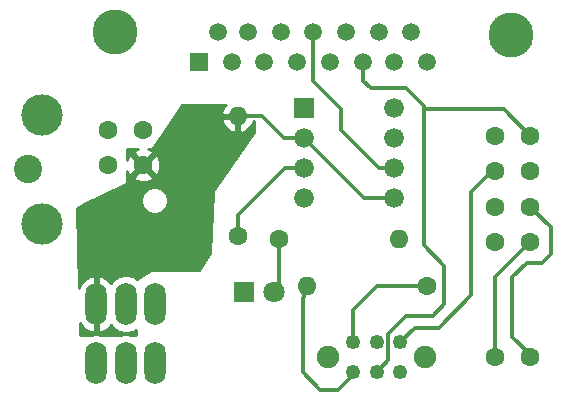
<source format=gbr>
G04 #@! TF.FileFunction,Copper,L1,Top,Signal*
%FSLAX46Y46*%
G04 Gerber Fmt 4.6, Leading zero omitted, Abs format (unit mm)*
G04 Created by KiCad (PCBNEW 4.0.7-e0-6372~58~ubuntu16.04.1) date Wed Aug 16 12:04:21 2017*
%MOMM*%
%LPD*%
G01*
G04 APERTURE LIST*
%ADD10C,0.100000*%
%ADD11R,1.800000X1.800000*%
%ADD12C,1.800000*%
%ADD13C,1.600000*%
%ADD14C,3.810000*%
%ADD15R,1.520000X1.520000*%
%ADD16C,1.520000*%
%ADD17O,1.600000X1.600000*%
%ADD18C,1.250000*%
%ADD19C,1.900000*%
%ADD20R,1.676400X1.676400*%
%ADD21C,1.676400*%
%ADD22O,1.800000X3.600000*%
%ADD23C,3.500000*%
%ADD24C,2.400000*%
%ADD25C,0.300000*%
%ADD26C,0.254000*%
G04 APERTURE END LIST*
D10*
D11*
X154250000Y-85500000D03*
D12*
X156790000Y-85500000D03*
D13*
X175500000Y-91000000D03*
X178500000Y-91000000D03*
X142750000Y-74750000D03*
X142750000Y-71750000D03*
X145750000Y-74750000D03*
X145750000Y-71750000D03*
X175500000Y-81250000D03*
X175500000Y-78250000D03*
X175500000Y-75250000D03*
X175500000Y-72250000D03*
X178500000Y-81250000D03*
X178500000Y-78250000D03*
X178500000Y-75250000D03*
X178500000Y-72250000D03*
D14*
X176920000Y-63710000D03*
X143390000Y-63460000D03*
D15*
X150500000Y-66000000D03*
D16*
X153290000Y-66000000D03*
X155960000Y-66000000D03*
X158750000Y-66000000D03*
X161550000Y-66000000D03*
X164340000Y-66000000D03*
X167010000Y-66000000D03*
X169800000Y-66000000D03*
X152070000Y-63460000D03*
X154610000Y-63460000D03*
X157410000Y-63460000D03*
X160150000Y-63460000D03*
X162900000Y-63460000D03*
X165690000Y-63460000D03*
X168430000Y-63460000D03*
D13*
X153750000Y-80750000D03*
D17*
X153750000Y-70590000D03*
D13*
X157250000Y-81000000D03*
D17*
X167410000Y-81000000D03*
D13*
X169750000Y-85000000D03*
D17*
X159590000Y-85000000D03*
D18*
X167500000Y-92250000D03*
X165500000Y-92250000D03*
X163500000Y-92250000D03*
X167500000Y-89750000D03*
X165500000Y-89750000D03*
X163500000Y-89750000D03*
D19*
X169600000Y-91000000D03*
X161400000Y-91000000D03*
D20*
X159380000Y-69880000D03*
D21*
X159380000Y-72420000D03*
X159380000Y-74960000D03*
X159380000Y-77500000D03*
X167000000Y-77500000D03*
X167000000Y-74960000D03*
X167000000Y-72420000D03*
X167000000Y-69880000D03*
D22*
X146750000Y-91500000D03*
X146750000Y-86500000D03*
X144250000Y-91500000D03*
X144250000Y-86500000D03*
X141750000Y-91500000D03*
X141750000Y-86500000D03*
D23*
X137160000Y-70485000D03*
D24*
X135960000Y-75085000D03*
D23*
X137160000Y-79685000D03*
D25*
X157250000Y-81000000D02*
X157250000Y-85040000D01*
X157250000Y-85040000D02*
X156790000Y-85500000D01*
X175500000Y-91000000D02*
X175500000Y-84250000D01*
X175500000Y-84250000D02*
X178500000Y-81250000D01*
X178500000Y-91000000D02*
X178500000Y-90750000D01*
X178500000Y-90750000D02*
X177000000Y-89250000D01*
X177000000Y-89250000D02*
X177000000Y-84250000D01*
X177000000Y-84250000D02*
X178250000Y-83000000D01*
X178250000Y-83000000D02*
X179500000Y-83000000D01*
X179500000Y-83000000D02*
X180250000Y-82250000D01*
X180250000Y-82250000D02*
X180250000Y-80000000D01*
X180250000Y-80000000D02*
X178500000Y-78250000D01*
X159380000Y-72420000D02*
X157670000Y-72420000D01*
X155840000Y-70590000D02*
X153750000Y-70590000D01*
X157670000Y-72420000D02*
X155840000Y-70590000D01*
X167000000Y-77500000D02*
X164460000Y-77500000D01*
X164460000Y-77500000D02*
X159380000Y-72420000D01*
X175500000Y-75250000D02*
X175250000Y-75250000D01*
X175250000Y-75250000D02*
X173500000Y-77000000D01*
X173500000Y-77000000D02*
X173500000Y-85750000D01*
X173500000Y-85750000D02*
X170750000Y-88500000D01*
X170750000Y-88500000D02*
X168750000Y-88500000D01*
X168750000Y-88500000D02*
X167500000Y-89750000D01*
X167010000Y-66000000D02*
X167010000Y-66260000D01*
X169500000Y-70000000D02*
X176250000Y-70000000D01*
X176250000Y-70000000D02*
X178500000Y-72250000D01*
X164340000Y-66000000D02*
X164340000Y-67590000D01*
X166500000Y-91250000D02*
X165500000Y-92250000D01*
X166500000Y-89000000D02*
X166500000Y-91250000D01*
X168000000Y-87500000D02*
X166500000Y-89000000D01*
X170250000Y-87500000D02*
X168000000Y-87500000D01*
X171250000Y-86500000D02*
X170250000Y-87500000D01*
X171250000Y-83250000D02*
X171250000Y-86500000D01*
X169500000Y-81500000D02*
X171250000Y-83250000D01*
X169500000Y-69750000D02*
X169500000Y-70000000D01*
X169500000Y-70000000D02*
X169500000Y-81500000D01*
X168000000Y-68250000D02*
X169500000Y-69750000D01*
X165000000Y-68250000D02*
X168000000Y-68250000D01*
X164340000Y-67590000D02*
X165000000Y-68250000D01*
X163500000Y-89750000D02*
X163500000Y-87000000D01*
X165500000Y-85000000D02*
X169750000Y-85000000D01*
X163500000Y-87000000D02*
X165500000Y-85000000D01*
X163500000Y-92250000D02*
X163500000Y-92500000D01*
X163500000Y-92500000D02*
X162250000Y-93750000D01*
X162250000Y-93750000D02*
X160750000Y-93750000D01*
X160750000Y-93750000D02*
X159250000Y-92250000D01*
X159250000Y-92250000D02*
X159250000Y-86090000D01*
X159250000Y-86090000D02*
X159590000Y-85000000D01*
X153750000Y-80750000D02*
X153750000Y-79000000D01*
X157790000Y-74960000D02*
X159380000Y-74960000D01*
X153750000Y-79000000D02*
X157790000Y-74960000D01*
X167000000Y-74960000D02*
X165710000Y-74960000D01*
X160150000Y-67650000D02*
X160150000Y-63460000D01*
X162500000Y-70000000D02*
X160150000Y-67650000D01*
X162500000Y-71750000D02*
X162500000Y-70000000D01*
X165710000Y-74960000D02*
X162500000Y-71750000D01*
D26*
G36*
X152597611Y-69734866D02*
X152358086Y-70240959D01*
X152479371Y-70463000D01*
X153623000Y-70463000D01*
X153623000Y-70443000D01*
X153877000Y-70443000D01*
X153877000Y-70463000D01*
X153897000Y-70463000D01*
X153897000Y-70717000D01*
X153877000Y-70717000D01*
X153877000Y-71859915D01*
X154099039Y-71981904D01*
X154487423Y-71821041D01*
X154902389Y-71445134D01*
X155123000Y-70979004D01*
X155123000Y-71959967D01*
X151645958Y-76927170D01*
X151623144Y-76993959D01*
X151374817Y-82208822D01*
X150432032Y-83623000D01*
X146500000Y-83623000D01*
X146434659Y-83641098D01*
X145204324Y-84379299D01*
X144837419Y-84134141D01*
X144250000Y-84017296D01*
X143662581Y-84134141D01*
X143164591Y-84466887D01*
X142988520Y-84730396D01*
X142745606Y-84424788D01*
X142220086Y-84133244D01*
X142114740Y-84108964D01*
X141877000Y-84229622D01*
X141877000Y-86373000D01*
X141897000Y-86373000D01*
X141897000Y-86627000D01*
X141877000Y-86627000D01*
X141877000Y-88770378D01*
X142114740Y-88891036D01*
X142220086Y-88866756D01*
X142745606Y-88575212D01*
X142988520Y-88269604D01*
X143164591Y-88533113D01*
X143662581Y-88865859D01*
X144250000Y-88982704D01*
X144837419Y-88865859D01*
X145123000Y-88675040D01*
X145123000Y-89123000D01*
X144781409Y-89123000D01*
X144250000Y-89017296D01*
X143718591Y-89123000D01*
X142281409Y-89123000D01*
X141750000Y-89017296D01*
X141218591Y-89123000D01*
X140377000Y-89123000D01*
X140377000Y-88092718D01*
X140380446Y-88104752D01*
X140754394Y-88575212D01*
X141279914Y-88866756D01*
X141385260Y-88891036D01*
X141623000Y-88770378D01*
X141623000Y-86627000D01*
X141603000Y-86627000D01*
X141603000Y-86373000D01*
X141623000Y-86373000D01*
X141623000Y-84229622D01*
X141385260Y-84108964D01*
X141279914Y-84133244D01*
X140754394Y-84424788D01*
X140380446Y-84895248D01*
X140313012Y-85130732D01*
X140129197Y-78329561D01*
X140878909Y-77976755D01*
X145544802Y-77976755D01*
X145718750Y-78397743D01*
X146040563Y-78720118D01*
X146461246Y-78894801D01*
X146916755Y-78895198D01*
X147337743Y-78721250D01*
X147660118Y-78399437D01*
X147834801Y-77978754D01*
X147835198Y-77523245D01*
X147661250Y-77102257D01*
X147339437Y-76779882D01*
X146918754Y-76605199D01*
X146463245Y-76604802D01*
X146042257Y-76778750D01*
X145719882Y-77100563D01*
X145545199Y-77521246D01*
X145544802Y-77976755D01*
X140878909Y-77976755D01*
X144304076Y-76364912D01*
X144344523Y-76334820D01*
X144370076Y-76291363D01*
X144377000Y-76250000D01*
X144377000Y-75757745D01*
X144921861Y-75757745D01*
X144995995Y-76003864D01*
X145533223Y-76196965D01*
X146103454Y-76169778D01*
X146504005Y-76003864D01*
X146578139Y-75757745D01*
X145750000Y-74929605D01*
X144921861Y-75757745D01*
X144377000Y-75757745D01*
X144377000Y-75216386D01*
X144496136Y-75504005D01*
X144742255Y-75578139D01*
X145570395Y-74750000D01*
X145929605Y-74750000D01*
X146757745Y-75578139D01*
X147003864Y-75504005D01*
X147196965Y-74966777D01*
X147169778Y-74396546D01*
X147003864Y-73995995D01*
X146757745Y-73921861D01*
X145929605Y-74750000D01*
X145570395Y-74750000D01*
X144742255Y-73921861D01*
X144496136Y-73995995D01*
X144377000Y-74327444D01*
X144377000Y-73377000D01*
X145283614Y-73377000D01*
X144995995Y-73496136D01*
X144921861Y-73742255D01*
X145750000Y-74570395D01*
X146578139Y-73742255D01*
X146504005Y-73496136D01*
X146172556Y-73377000D01*
X146500000Y-73377000D01*
X146549410Y-73366994D01*
X146605670Y-73320447D01*
X148193274Y-70939041D01*
X152358086Y-70939041D01*
X152597611Y-71445134D01*
X153012577Y-71821041D01*
X153400961Y-71981904D01*
X153623000Y-71859915D01*
X153623000Y-70717000D01*
X152479371Y-70717000D01*
X152358086Y-70939041D01*
X148193274Y-70939041D01*
X149067968Y-69627000D01*
X152716685Y-69627000D01*
X152597611Y-69734866D01*
X152597611Y-69734866D01*
G37*
X152597611Y-69734866D02*
X152358086Y-70240959D01*
X152479371Y-70463000D01*
X153623000Y-70463000D01*
X153623000Y-70443000D01*
X153877000Y-70443000D01*
X153877000Y-70463000D01*
X153897000Y-70463000D01*
X153897000Y-70717000D01*
X153877000Y-70717000D01*
X153877000Y-71859915D01*
X154099039Y-71981904D01*
X154487423Y-71821041D01*
X154902389Y-71445134D01*
X155123000Y-70979004D01*
X155123000Y-71959967D01*
X151645958Y-76927170D01*
X151623144Y-76993959D01*
X151374817Y-82208822D01*
X150432032Y-83623000D01*
X146500000Y-83623000D01*
X146434659Y-83641098D01*
X145204324Y-84379299D01*
X144837419Y-84134141D01*
X144250000Y-84017296D01*
X143662581Y-84134141D01*
X143164591Y-84466887D01*
X142988520Y-84730396D01*
X142745606Y-84424788D01*
X142220086Y-84133244D01*
X142114740Y-84108964D01*
X141877000Y-84229622D01*
X141877000Y-86373000D01*
X141897000Y-86373000D01*
X141897000Y-86627000D01*
X141877000Y-86627000D01*
X141877000Y-88770378D01*
X142114740Y-88891036D01*
X142220086Y-88866756D01*
X142745606Y-88575212D01*
X142988520Y-88269604D01*
X143164591Y-88533113D01*
X143662581Y-88865859D01*
X144250000Y-88982704D01*
X144837419Y-88865859D01*
X145123000Y-88675040D01*
X145123000Y-89123000D01*
X144781409Y-89123000D01*
X144250000Y-89017296D01*
X143718591Y-89123000D01*
X142281409Y-89123000D01*
X141750000Y-89017296D01*
X141218591Y-89123000D01*
X140377000Y-89123000D01*
X140377000Y-88092718D01*
X140380446Y-88104752D01*
X140754394Y-88575212D01*
X141279914Y-88866756D01*
X141385260Y-88891036D01*
X141623000Y-88770378D01*
X141623000Y-86627000D01*
X141603000Y-86627000D01*
X141603000Y-86373000D01*
X141623000Y-86373000D01*
X141623000Y-84229622D01*
X141385260Y-84108964D01*
X141279914Y-84133244D01*
X140754394Y-84424788D01*
X140380446Y-84895248D01*
X140313012Y-85130732D01*
X140129197Y-78329561D01*
X140878909Y-77976755D01*
X145544802Y-77976755D01*
X145718750Y-78397743D01*
X146040563Y-78720118D01*
X146461246Y-78894801D01*
X146916755Y-78895198D01*
X147337743Y-78721250D01*
X147660118Y-78399437D01*
X147834801Y-77978754D01*
X147835198Y-77523245D01*
X147661250Y-77102257D01*
X147339437Y-76779882D01*
X146918754Y-76605199D01*
X146463245Y-76604802D01*
X146042257Y-76778750D01*
X145719882Y-77100563D01*
X145545199Y-77521246D01*
X145544802Y-77976755D01*
X140878909Y-77976755D01*
X144304076Y-76364912D01*
X144344523Y-76334820D01*
X144370076Y-76291363D01*
X144377000Y-76250000D01*
X144377000Y-75757745D01*
X144921861Y-75757745D01*
X144995995Y-76003864D01*
X145533223Y-76196965D01*
X146103454Y-76169778D01*
X146504005Y-76003864D01*
X146578139Y-75757745D01*
X145750000Y-74929605D01*
X144921861Y-75757745D01*
X144377000Y-75757745D01*
X144377000Y-75216386D01*
X144496136Y-75504005D01*
X144742255Y-75578139D01*
X145570395Y-74750000D01*
X145929605Y-74750000D01*
X146757745Y-75578139D01*
X147003864Y-75504005D01*
X147196965Y-74966777D01*
X147169778Y-74396546D01*
X147003864Y-73995995D01*
X146757745Y-73921861D01*
X145929605Y-74750000D01*
X145570395Y-74750000D01*
X144742255Y-73921861D01*
X144496136Y-73995995D01*
X144377000Y-74327444D01*
X144377000Y-73377000D01*
X145283614Y-73377000D01*
X144995995Y-73496136D01*
X144921861Y-73742255D01*
X145750000Y-74570395D01*
X146578139Y-73742255D01*
X146504005Y-73496136D01*
X146172556Y-73377000D01*
X146500000Y-73377000D01*
X146549410Y-73366994D01*
X146605670Y-73320447D01*
X148193274Y-70939041D01*
X152358086Y-70939041D01*
X152597611Y-71445134D01*
X153012577Y-71821041D01*
X153400961Y-71981904D01*
X153623000Y-71859915D01*
X153623000Y-70717000D01*
X152479371Y-70717000D01*
X152358086Y-70939041D01*
X148193274Y-70939041D01*
X149067968Y-69627000D01*
X152716685Y-69627000D01*
X152597611Y-69734866D01*
M02*

</source>
